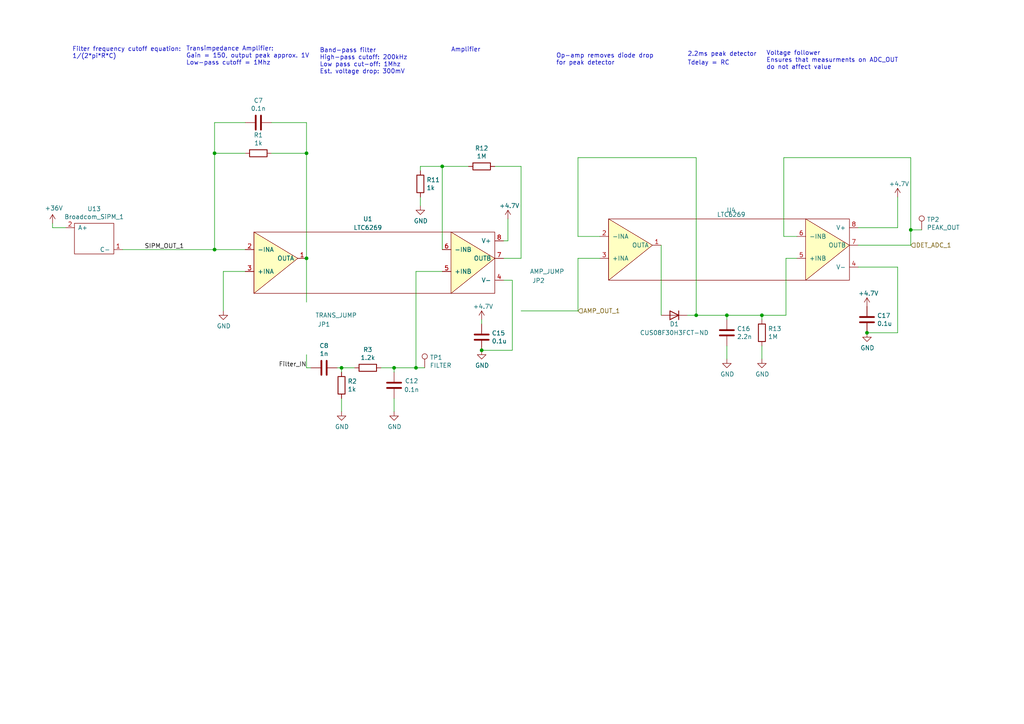
<source format=kicad_sch>
(kicad_sch (version 20211123) (generator eeschema)
  (paper "A4")
  (lib_symbols
    (symbol "Connector:TestPoint" (pin_numbers hide) (pin_names (offset 0.762) hide)
      (property "Reference" "TP" (at 0 6.858 0))
      (property "Value" "TestPoint" (at 0 5.08 0))
      (symbol "TestPoint_0_1"
        (circle (center 0 3.302) (radius 0.762))
      )
      (symbol "TestPoint_1_1"
        (pin passive line (at 0 0 90) (length 2.54) (name "1") (number "1"))
      )
    )
    (symbol "Device:C" (pin_numbers hide) (pin_names (offset 0.254))
      (property "Reference" "C" (at 0.635 2.54 0))
      (property "Value" "C" (at 0.635 -2.54 0))
      (symbol "C_0_1"
        (polyline (pts (xy -2.032 -0.762) (xy 2.032 -0.762)) (stroke (width 0.508)))
        (polyline (pts (xy -2.032 0.762) (xy 2.032 0.762)) (stroke (width 0.508)))
      )
      (symbol "C_1_1"
        (pin passive line (at 0 3.81 270) (length 2.794) (name "~") (number "1"))
        (pin passive line (at 0 -3.81 90) (length 2.794) (name "~") (number "2"))
      )
    )
    (symbol "Device:D" (pin_numbers hide) (pin_names (offset 1.016) hide)
      (property "Reference" "D" (at 0 2.54 0))
      (property "Value" "D" (at 0 -2.54 0))
      (symbol "D_0_1"
        (polyline (pts (xy -1.27 1.27) (xy -1.27 -1.27)) (stroke (width 0.254)))
        (polyline (pts (xy 1.27 0) (xy -1.27 0)))
        (polyline (pts (xy 1.27 1.27) (xy 1.27 -1.27) (xy -1.27 0) (xy 1.27 1.27)) (stroke (width 0.254)))
      )
      (symbol "D_1_1"
        (pin passive line (at -3.81 0 0) (length 2.54) (name "K") (number "1"))
        (pin passive line (at 3.81 0 180) (length 2.54) (name "A") (number "2"))
      )
    )
    (symbol "Device:R" (pin_numbers hide) (pin_names (offset 0))
      (property "Reference" "R" (at 2.032 0 90))
      (property "Value" "R" (at 0 0 90))
      (symbol "R_0_1"
        (rectangle (start -1.016 -2.54) (end 1.016 2.54) (stroke (width 0.254)))
      )
      (symbol "R_1_1"
        (pin passive line (at 0 3.81 270) (length 1.27) (name "~") (number "1"))
        (pin passive line (at 0 -3.81 90) (length 1.27) (name "~") (number "2"))
      )
    )
    (symbol "payload2020_custom:+4.7V" (power) (pin_names (offset 0))
      (property "Value" "+4.7V" (at 0 3.556 0))
      (symbol "+4.7V_0_1"
        (polyline (pts (xy -0.762 1.27) (xy 0 2.54)))
        (polyline (pts (xy 0 0) (xy 0 2.54)))
        (polyline (pts (xy 0 2.54) (xy 0.762 1.27)))
      )
      (symbol "+4.7V_1_1"
        (pin power_in line (at 0 0 270) (length 0) hide (name "+4.7V") (number "1"))
      )
    )
    (symbol "payload2020_custom:Broadcom_sipm" (pin_names (offset 1.016))
      (property "Reference" "U" (at 0 7.62 0))
      (property "Value" "Broadcom_sipm" (at 0 -7.62 0))
      (symbol "Broadcom_sipm_0_1"
        (rectangle (start -5.08 2.54) (end 6.35 -6.35))
      )
      (symbol "Broadcom_sipm_1_1"
        (pin input line (at -7.62 1.27 0) (length 2.54) (name "C-") (number "1"))
        (pin input line (at 8.89 -5.08 180) (length 2.54) (name "A+") (number "2"))
      )
    )
    (symbol "payload2020_custom:LTC6269" (pin_names (offset 1.016))
      (property "Reference" "U" (at 5.08 -17.78 0))
      (property "Value" "LTC6269" (at 5.08 -15.24 0))
      (symbol "LTC6269_0_1"
        (rectangle (start -15.24 -20.32) (end 54.61 -38.1))
        (polyline (pts (xy -15.24 -22.86) (xy -15.24 -35.56) (xy -15.24 -38.1) (xy -2.54 -27.94) (xy -15.24 -20.32) (xy -15.24 -22.86) (xy -15.24 -24.13) (xy -15.24 -22.86)) (fill (type background)))
      )
      (symbol "LTC6269_1_1"
        (polyline (pts (xy 41.91 -22.86) (xy 41.91 -35.56) (xy 41.91 -38.1) (xy 54.61 -27.94) (xy 41.91 -20.32) (xy 41.91 -22.86) (xy 41.91 -24.13) (xy 41.91 -22.86)) (fill (type background)))
        (pin input line (at 0 -27.94 180) (length 2.54) (name "OUTA") (number "1"))
        (pin input line (at -17.78 -25.4 0) (length 2.54) (name "-INA") (number "2"))
        (pin input line (at -17.78 -31.75 0) (length 2.54) (name "+INA") (number "3"))
        (pin input line (at 57.15 -34.29 180) (length 2.54) (name "V-") (number "4"))
        (pin input line (at 39.37 -31.75 0) (length 2.54) (name "+INB") (number "5"))
        (pin input line (at 39.37 -25.4 0) (length 2.54) (name "-INB") (number "6"))
        (pin input line (at 57.15 -27.94 180) (length 2.54) (name "OUTB") (number "7"))
        (pin input line (at 57.15 -22.86 180) (length 2.54) (name "V+") (number "8"))
      )
    )
    (symbol "power:+36V" (power) (pin_names (offset 0))
      (property "Value" "+36V" (at 0 3.556 0))
      (symbol "+36V_0_1"
        (polyline (pts (xy -0.762 1.27) (xy 0 2.54)))
        (polyline (pts (xy 0 0) (xy 0 2.54)))
        (polyline (pts (xy 0 2.54) (xy 0.762 1.27)))
      )
      (symbol "+36V_1_1"
        (pin power_in line (at 0 0 90) (length 0) hide (name "+36V") (number "1"))
      )
    )
    (symbol "power:GND" (power) (pin_names (offset 0))
      (property "Value" "GND" (at 0 -3.81 0))
      (symbol "GND_0_1"
        (polyline (pts (xy 0 0) (xy 0 -1.27) (xy 1.27 -1.27) (xy 0 -2.54) (xy -1.27 -1.27) (xy 0 -1.27)))
      )
      (symbol "GND_1_1"
        (pin power_in line (at 0 0 270) (length 0) hide (name "GND") (number "1"))
      )
    )
  )
  (junction (at 128.27 48.26))
  (junction (at 88.9 74.93))
  (junction (at 210.82 91.44))
  (junction (at 139.7 101.6))
  (junction (at 120.65 106.68))
  (junction (at 99.06 106.68))
  (junction (at 264.16 66.675))
  (junction (at 62.23 72.39))
  (junction (at 114.3 106.68))
  (junction (at 88.9 44.45))
  (junction (at 62.23 44.45))
  (junction (at 220.98 91.44))
  (junction (at 201.93 91.44))
  (junction (at 251.46 96.52))
  (wire (pts (xy 210.82 104.14) (xy 210.82 100.33)))
  (wire (pts (xy 231.14 68.58) (xy 227.33 68.58)))
  (wire (pts (xy 201.93 91.44) (xy 210.82 91.44)))
  (wire (pts (xy 151.13 48.26) (xy 151.13 74.93)))
  (wire (pts (xy 227.33 45.72) (xy 264.16 45.72)))
  (wire (pts (xy 88.9 44.45) (xy 88.9 74.93)))
  (wire (pts (xy 148.59 81.28) (xy 146.05 81.28)))
  (wire (pts (xy 147.32 69.85) (xy 146.05 69.85)))
  (wire (pts (xy 35.56 72.39) (xy 62.23 72.39)))
  (wire (pts (xy 121.92 57.15) (xy 121.92 59.69)))
  (wire (pts (xy 99.06 107.95) (xy 99.06 106.68)))
  (wire (pts (xy 220.98 91.44) (xy 227.965 91.44)))
  (wire (pts (xy 62.23 35.56) (xy 71.12 35.56)))
  (wire (pts (xy 227.965 91.44) (xy 227.965 74.93)))
  (wire (pts (xy 78.74 35.56) (xy 88.9 35.56)))
  (wire (pts (xy 167.64 90.17) (xy 167.64 74.93)))
  (wire (pts (xy 201.93 45.72) (xy 201.93 91.44)))
  (wire (pts (xy 147.32 63.5) (xy 147.32 69.85)))
  (wire (pts (xy 15.24 66.04) (xy 19.05 66.04)))
  (wire (pts (xy 264.16 71.12) (xy 248.92 71.12)))
  (wire (pts (xy 120.65 78.74) (xy 128.27 78.74)))
  (wire (pts (xy 139.7 101.6) (xy 148.59 101.6)))
  (wire (pts (xy 121.92 48.26) (xy 121.92 49.53)))
  (wire (pts (xy 267.335 66.675) (xy 264.16 66.675)))
  (wire (pts (xy 120.65 78.74) (xy 120.65 106.68)))
  (wire (pts (xy 110.49 106.68) (xy 114.3 106.68)))
  (wire (pts (xy 143.51 48.26) (xy 151.13 48.26)))
  (wire (pts (xy 199.39 91.44) (xy 201.93 91.44)))
  (wire (pts (xy 248.92 77.47) (xy 260.35 77.47)))
  (wire (pts (xy 99.06 115.57) (xy 99.06 119.38)))
  (wire (pts (xy 220.98 92.71) (xy 220.98 91.44)))
  (wire (pts (xy 231.14 74.93) (xy 227.965 74.93)))
  (wire (pts (xy 139.7 93.98) (xy 139.7 92.71)))
  (wire (pts (xy 120.65 106.68) (xy 123.19 106.68)))
  (wire (pts (xy 173.99 68.58) (xy 167.64 68.58)))
  (wire (pts (xy 62.23 44.45) (xy 62.23 72.39)))
  (wire (pts (xy 220.98 100.33) (xy 220.98 104.14)))
  (wire (pts (xy 99.06 106.68) (xy 102.87 106.68)))
  (wire (pts (xy 71.12 78.74) (xy 64.77 78.74)))
  (wire (pts (xy 248.92 66.04) (xy 260.35 66.04)))
  (wire (pts (xy 264.16 66.675) (xy 264.16 71.12)))
  (wire (pts (xy 114.3 107.95) (xy 114.3 106.68)))
  (wire (pts (xy 167.64 74.93) (xy 173.99 74.93)))
  (wire (pts (xy 210.82 91.44) (xy 220.98 91.44)))
  (wire (pts (xy 167.64 45.72) (xy 201.93 45.72)))
  (wire (pts (xy 210.82 91.44) (xy 210.82 92.71)))
  (wire (pts (xy 128.27 48.26) (xy 135.89 48.26)))
  (wire (pts (xy 251.46 96.52) (xy 260.35 96.52)))
  (wire (pts (xy 88.9 102.87) (xy 88.9 106.68)))
  (wire (pts (xy 260.35 66.04) (xy 260.35 57.15)))
  (wire (pts (xy 227.33 68.58) (xy 227.33 45.72)))
  (wire (pts (xy 151.13 74.93) (xy 146.05 74.93)))
  (wire (pts (xy 148.59 101.6) (xy 148.59 81.28)))
  (wire (pts (xy 264.16 45.72) (xy 264.16 66.675)))
  (wire (pts (xy 97.79 106.68) (xy 99.06 106.68)))
  (wire (pts (xy 78.74 44.45) (xy 88.9 44.45)))
  (wire (pts (xy 62.23 72.39) (xy 71.12 72.39)))
  (wire (pts (xy 128.27 48.26) (xy 128.27 72.39)))
  (wire (pts (xy 114.3 106.68) (xy 120.65 106.68)))
  (wire (pts (xy 62.23 35.56) (xy 62.23 44.45)))
  (wire (pts (xy 88.9 87.63) (xy 88.9 74.93)))
  (wire (pts (xy 15.24 64.77) (xy 15.24 66.04)))
  (wire (pts (xy 191.77 71.12) (xy 191.77 91.44)))
  (wire (pts (xy 151.13 90.17) (xy 167.64 90.17)))
  (wire (pts (xy 167.64 68.58) (xy 167.64 45.72)))
  (wire (pts (xy 128.27 48.26) (xy 121.92 48.26)))
  (wire (pts (xy 88.9 35.56) (xy 88.9 44.45)))
  (wire (pts (xy 88.9 106.68) (xy 90.17 106.68)))
  (wire (pts (xy 62.23 44.45) (xy 71.12 44.45)))
  (wire (pts (xy 260.35 77.47) (xy 260.35 96.52)))
  (wire (pts (xy 64.77 78.74) (xy 64.77 90.17)))
  (wire (pts (xy 114.3 115.57) (xy 114.3 119.38)))
  (text "Tdelay = RC" (at 199.39 19.05 0) (effects (font (size 1.27 1.27)) (justify left bottom)))
  (text "2.2ms peak detector" (at 199.39 16.51 0) (effects (font (size 1.27 1.27)) (justify left bottom)))
  (text "Filter frequency cutoff equation:\n1/(2*pi*R*C)" (at 20.955 17.145 0) (effects (font (size 1.27 1.27)) (justify left bottom)))
  (text "Op-amp removes diode drop\nfor peak detector" (at 161.29 19.05 0) (effects (font (size 1.27 1.27)) (justify left bottom)))
  (text "Voltage follower\nEnsures that measurments on ADC_OUT \ndo not affect value" (at 222.25 20.32 0) (effects (font (size 1.27 1.27)) (justify left bottom)))
  (text "Amplifier" (at 130.81 15.24 0) (effects (font (size 1.27 1.27)) (justify left bottom)))
  (text "Transimpedance Amplifier:\nGain = 150, output peak approx. 1V\nLow-pass cutoff = 1Mhz\n" (at 53.975 19.05 0) (effects (font (size 1.27 1.27)) (justify left bottom)))
  (text "Band-pass filter\nHigh-pass cutoff: 200kHz\nLow pass cut-off: 1Mhz\nEst. voltage drop: 300mV" (at 92.71 21.59 0) (effects (font (size 1.27 1.27)) (justify left bottom)))
  (label "SIPM_OUT_1" (at 41.91 72.39 0))
  (label "Filter_IN" (at 88.9 106.68 180))
  (hierarchical_label "DET_ADC_1" (shape input) (at 264.16 71.12 0))
  (hierarchical_label "AMP_OUT_1" (shape input) (at 167.64 90.17 0))
  (symbol (lib_id "payload2020_custom:LTC6269") (at 191.77 43.18 0) (unit 1)
    (property "Reference" "U4" (at 212.09 60.96 0))
    (property "Value" "LTC6269" (at 212.09 62.23 0))
    (property "Footprint" "Package_SO:MSOP-8_3x3mm_P0.65mm" (effects hide))
  )
  (symbol (lib_id "power:GND") (at 210.82 104.14 0) (unit 1)
    (property "Reference" "#PWR026" (effects hide))
    (property "Value" "GND" (at 210.947 108.5342 0))
  )
  (symbol (lib_id "Device:R") (at 99.06 111.76 0) (unit 1)
    (property "Reference" "R2" (at 100.838 110.5916 0) (effects (justify left)))
    (property "Value" "1k" (at 100.838 112.903 0) (effects (justify left)))
    (property "Footprint" "Resistor_SMD:R_0805_2012Metric_Pad1.15x1.40mm_HandSolder" (effects hide))
  )
  (symbol (lib_id "Device:R") (at 121.92 53.34 0) (unit 1)
    (property "Reference" "R11" (at 123.698 52.1716 0) (effects (justify left)))
    (property "Value" "1k" (at 123.698 54.483 0) (effects (justify left)))
    (property "Footprint" "Resistor_SMD:R_0805_2012Metric_Pad1.15x1.40mm_HandSolder" (effects hide))
  )
  (symbol (lib_id "power:GND") (at 114.3 119.38 0) (unit 1)
    (property "Reference" "#PWR023" (effects hide))
    (property "Value" "GND" (at 114.427 123.7742 0))
  )
  (symbol (lib_id "Device:D") (at 195.58 91.44 180) (unit 1)
    (property "Reference" "D1" (at 195.58 93.98 0))
    (property "Value" "CUS08F30H3FCT-ND" (at 195.58 96.52 0))
    (property "Footprint" "Diode_SMD:D_SOD-323_HandSoldering" (effects hide))
  )
  (symbol (lib_id "Connector:TestPoint") (at 267.335 66.675 0) (unit 1)
    (property "Reference" "TP2" (at 268.8082 63.6778 0) (effects (justify left)))
    (property "Value" "PEAK_OUT" (at 268.8082 65.9892 0) (effects (justify left)))
    (property "Footprint" "Connector_PinHeader_2.54mm:PinHeader_1x01_P2.54mm_Vertical" (effects hide))
  )
  (symbol (lib_id "Device:R") (at 220.98 96.52 0) (unit 1)
    (property "Reference" "R13" (at 222.758 95.3516 0) (effects (justify left)))
    (property "Value" "1M" (at 222.758 97.663 0) (effects (justify left)))
    (property "Footprint" "Resistor_SMD:R_0805_2012Metric_Pad1.15x1.40mm_HandSolder" (effects hide))
  )
  (symbol (lib_id "payload2020_custom:LTC6269") (at 88.9 46.99 0) (unit 1)
    (property "Reference" "U1" (at 106.68 63.5 0))
    (property "Value" "LTC6269" (at 106.68 66.04 0))
    (property "Footprint" "Package_SO:MSOP-8_3x3mm_P0.65mm" (effects hide))
  )
  (symbol (lib_id "Device:R") (at 74.93 44.45 270) (unit 1)
    (property "Reference" "R1" (at 74.93 39.1922 90))
    (property "Value" "1k" (at 74.93 41.5036 90))
    (property "Footprint" "Resistor_SMD:R_0805_2012Metric_Pad1.15x1.40mm_HandSolder" (effects hide))
  )
  (symbol (lib_id "Device:C") (at 74.93 35.56 270) (unit 1)
    (property "Reference" "C7" (at 74.93 29.1592 90))
    (property "Value" "0.1n" (at 74.93 31.4706 90))
    (property "Footprint" "Capacitor_SMD:C_0805_2012Metric_Pad1.15x1.40mm_HandSolder" (effects hide))
  )
  (symbol (lib_id "Device:R") (at 139.7 48.26 270) (unit 1)
    (property "Reference" "R12" (at 139.7 43.0022 90))
    (property "Value" "1M" (at 139.7 45.3136 90))
    (property "Footprint" "Resistor_SMD:R_0805_2012Metric_Pad1.15x1.40mm_HandSolder" (effects hide))
  )
  (symbol (lib_id "Device:C") (at 114.3 111.76 180) (unit 1)
    (property "Reference" "C12" (at 119.38 110.49 0))
    (property "Value" "0.1n" (at 119.38 113.03 0))
    (property "Footprint" "Capacitor_SMD:C_0805_2012Metric_Pad1.15x1.40mm_HandSolder" (effects hide))
  )
  (symbol (lib_id "power:GND") (at 220.98 104.14 0) (unit 1)
    (property "Reference" "#PWR027" (effects hide))
    (property "Value" "GND" (at 221.107 108.5342 0))
  )
  (symbol (lib_id "Connector:TestPoint") (at 123.19 106.68 0) (unit 1)
    (property "Reference" "TP1" (at 124.6632 103.6828 0) (effects (justify left)))
    (property "Value" "FILTER" (at 124.6632 105.9942 0) (effects (justify left)))
    (property "Footprint" "Connector_PinHeader_2.54mm:PinHeader_1x01_P2.54mm_Vertical" (effects hide))
  )
  (symbol (lib_id "Device:Jumper") (at 88.9 95.25 270) (unit 1)
    (property "Reference" "JP1" (at 92.1258 94.0816 90) (effects (justify left)))
    (property "Value" "TRANS_JUMP" (at 91.44 91.44 90) (effects (justify left)))
    (property "Footprint" "Connector_PinHeader_2.54mm:PinHeader_1x02_P2.54mm_Vertical" (effects hide))
  )
  (symbol (lib_id "payload2020_custom:+4.7V") (at 139.7 92.71 0) (unit 1)
    (property "Reference" "#U03" (effects hide))
    (property "Value" "+4.7V" (at 137.16 88.9 0) (effects (justify left)))
  )
  (symbol (lib_id "payload2020_custom:+4.7V") (at 251.46 88.9 0) (unit 1)
    (property "Reference" "#U06" (effects hide))
    (property "Value" "+4.7V" (at 248.92 85.09 0) (effects (justify left)))
  )
  (symbol (lib_id "payload2020_custom:+4.7V") (at 260.35 57.15 0) (unit 1)
    (property "Reference" "#U07" (effects hide))
    (property "Value" "+4.7V" (at 257.81 53.34 0) (effects (justify left)))
  )
  (symbol (lib_id "power:GND") (at 64.77 90.17 0) (unit 1)
    (property "Reference" "#PWR021" (effects hide))
    (property "Value" "GND" (at 64.897 94.5642 0))
  )
  (symbol (lib_id "power:GND") (at 121.92 59.69 0) (unit 1)
    (property "Reference" "#PWR024" (effects hide))
    (property "Value" "GND" (at 122.047 64.0842 0))
  )
  (symbol (lib_id "Device:C") (at 93.98 106.68 270) (unit 1)
    (property "Reference" "C8" (at 93.98 100.2792 90))
    (property "Value" "1n" (at 93.98 102.5906 90))
    (property "Footprint" "Capacitor_SMD:C_0805_2012Metric_Pad1.15x1.40mm_HandSolder" (effects hide))
  )
  (symbol (lib_id "power:GND") (at 139.7 101.6 0) (unit 1)
    (property "Reference" "#PWR025" (effects hide))
    (property "Value" "GND" (at 139.827 105.9942 0))
  )
  (symbol (lib_id "Device:Jumper") (at 151.13 82.55 270) (unit 1)
    (property "Reference" "JP2" (at 154.3558 81.3816 90) (effects (justify left)))
    (property "Value" "AMP_JUMP" (at 153.67 78.74 90) (effects (justify left)))
    (property "Footprint" "Connector_PinHeader_2.54mm:PinHeader_1x02_P2.54mm_Vertical" (effects hide))
  )
  (symbol (lib_id "power:GND") (at 99.06 119.38 0) (unit 1)
    (property "Reference" "#PWR022" (effects hide))
    (property "Value" "GND" (at 99.187 123.7742 0))
  )
  (symbol (lib_id "Device:C") (at 210.82 96.52 0) (unit 1)
    (property "Reference" "C16" (at 213.741 95.3516 0) (effects (justify left)))
    (property "Value" "2.2n" (at 213.741 97.663 0) (effects (justify left)))
    (property "Footprint" "Capacitor_SMD:C_0805_2012Metric_Pad1.15x1.40mm_HandSolder" (effects hide))
  )
  (symbol (lib_id "Device:R") (at 106.68 106.68 270) (unit 1)
    (property "Reference" "R3" (at 106.68 101.4222 90))
    (property "Value" "1.2k" (at 106.68 103.7336 90))
    (property "Footprint" "Resistor_SMD:R_0805_2012Metric_Pad1.15x1.40mm_HandSolder" (effects hide))
  )
  (symbol (lib_id "Device:C") (at 139.7 97.79 0) (unit 1)
    (property "Reference" "C15" (at 142.621 96.6216 0) (effects (justify left)))
    (property "Value" "0.1u" (at 142.621 98.933 0) (effects (justify left)))
    (property "Footprint" "Capacitor_SMD:C_0805_2012Metric_Pad1.15x1.40mm_HandSolder" (effects hide))
  )
  (symbol (lib_id "Device:C") (at 251.46 92.71 0) (unit 1)
    (property "Reference" "C17" (at 254.381 91.5416 0) (effects (justify left)))
    (property "Value" "0.1u" (at 254.381 93.853 0) (effects (justify left)))
    (property "Footprint" "Capacitor_SMD:C_0805_2012Metric_Pad1.15x1.40mm_HandSolder" (effects hide))
  )
  (symbol (lib_id "power:GND") (at 251.46 96.52 0) (unit 1)
    (property "Reference" "#PWR028" (effects hide))
    (property "Value" "GND" (at 251.587 100.9142 0))
  )
  (symbol (lib_id "payload2020_custom:+4.7V") (at 147.32 63.5 0) (unit 1)
    (property "Reference" "#U05" (effects hide))
    (property "Value" "+4.7V" (at 144.78 59.69 0) (effects (justify left)))
  )
  (symbol (lib_id "power:+36V") (at 15.24 64.77 0) (unit 1)
    (property "Reference" "#PWR0105" (effects hide))
    (property "Value" "+36V" (at 15.621 60.3758 0))
  )
  (symbol (lib_id "payload2020_custom:Broadcom_sipm") (at 27.94 71.12 180) (unit 1)
    (property "Reference" "U13" (at 27.305 60.579 0))
    (property "Value" "Broadcom_SiPM_1" (at 27.305 62.8904 0))
    (property "Footprint" "Payload2020_custom:BROADCOM_SiPM" (effects hide))
    (property "Datasheet" "https://docs.broadcom.com/doc/AFBR-S4N66C013-DS" (effects hide))
  )
)
</source>
